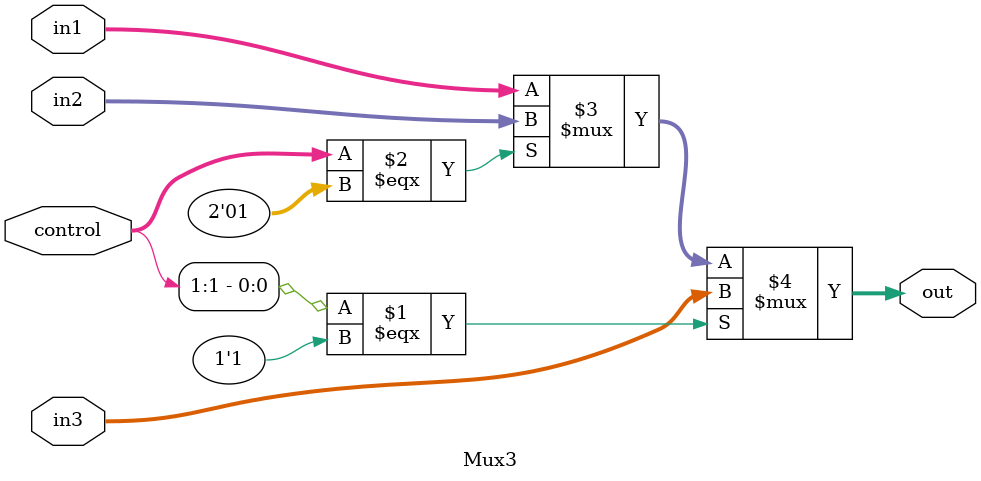
<source format=v>
`timescale 1ns / 1ps

module Mux2(input [31:0] in1,
            input [31:0] in2,
            input control,
            output [31:0] out);
    assign out = (control === 1'b1) ? in2 : in1;
endmodule

module Mux3(input [31:0] in1,
            input [31:0] in2,
            input [31:0] in3,
            input [1:0] control,
            output [31:0] out);
    assign out = (control[1] === 1'b1) ? in3 : ((control === 2'b01) ? in2 : in1);
endmodule

</source>
